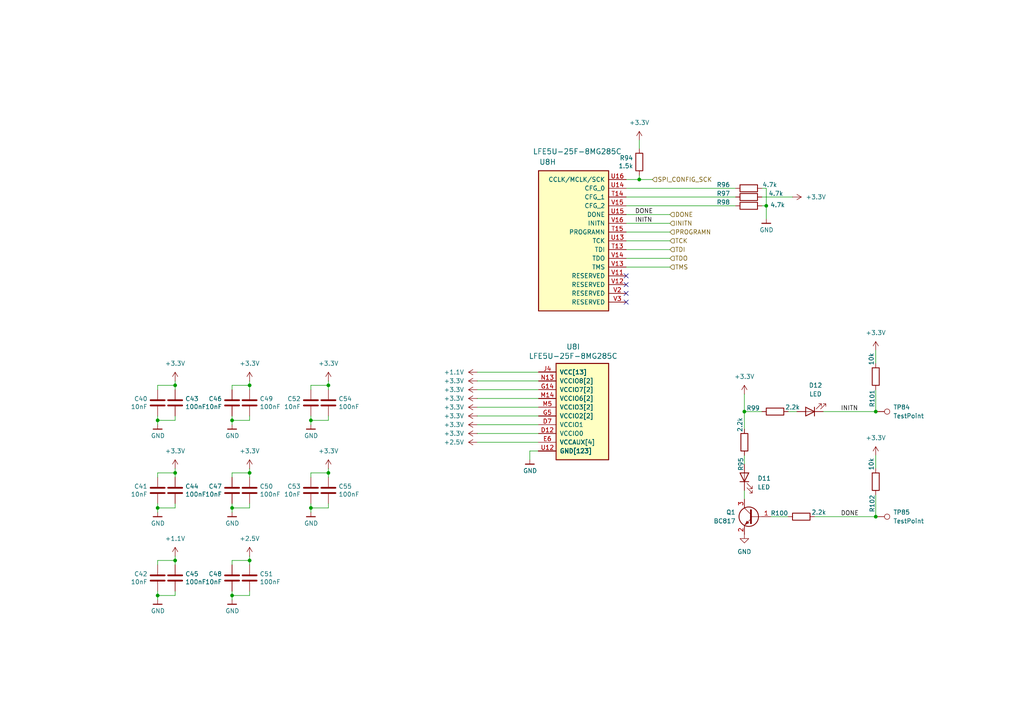
<source format=kicad_sch>
(kicad_sch (version 20250114) (generator "eeschema") (generator_version "9.0")
  (paper "A4")
  (title_block (date "2026-01-17") (rev "0") (comment 1 "Ing. Daniele Basile") (comment 2 "asterix24@gmail.com"))
  (junction (at 95.25 111.76))
  (junction (at 67.31 172.72))
  (junction (at 45.72 121.92))
  (junction (at 222.25 59.69))
  (junction (at 45.72 147.32))
  (junction (at 50.8 111.76))
  (junction (at 67.31 121.92))
  (junction (at 72.39 137.16))
  (junction (at 90.17 121.92))
  (junction (at 67.31 147.32))
  (junction (at 254 149.86))
  (junction (at 50.8 137.16))
  (junction (at 72.39 162.56))
  (junction (at 215.9 119.38))
  (junction (at 50.8 162.56))
  (junction (at 45.72 172.72))
  (junction (at 72.39 111.76))
  (junction (at 254 119.38))
  (junction (at 95.25 137.16))
  (junction (at 90.17 147.32))
  (junction (at 185.42 52.07))
  (no_connect (at 181.61 85.09))
  (no_connect (at 181.61 80.01))
  (no_connect (at 181.61 82.55))
  (no_connect (at 181.61 87.63))
  (wire (pts (xy 215.9 119.38) (xy 215.9 124.46)))
  (wire (pts (xy 72.39 147.32) (xy 72.39 146.05)))
  (wire (pts (xy 67.31 111.76) (xy 72.39 111.76)))
  (wire (pts (xy 45.72 147.32) (xy 45.72 148.59)))
  (wire (pts (xy 72.39 113.03) (xy 72.39 111.76)))
  (wire (pts (xy 90.17 121.92) (xy 90.17 123.19)))
  (wire (pts (xy 238.76 119.38) (xy 254 119.38)))
  (wire (pts (xy 90.17 120.65) (xy 90.17 121.92)))
  (wire (pts (xy 138.43 120.65) (xy 156.21 120.65)))
  (wire (pts (xy 45.72 121.92) (xy 45.72 123.19)))
  (wire (pts (xy 72.39 162.56) (xy 72.39 161.29)))
  (wire (pts (xy 222.25 54.61) (xy 222.25 59.69)))
  (wire (pts (xy 67.31 171.45) (xy 67.31 172.72)))
  (wire (pts (xy 220.98 57.15) (xy 229.87 57.15)))
  (wire (pts (xy 50.8 113.03) (xy 50.8 111.76)))
  (wire (pts (xy 181.61 57.15) (xy 213.36 57.15)))
  (wire (pts (xy 90.17 111.76) (xy 95.25 111.76)))
  (wire (pts (xy 138.43 125.73) (xy 156.21 125.73)))
  (wire (pts (xy 67.31 146.05) (xy 67.31 147.32)))
  (wire (pts (xy 50.8 162.56) (xy 50.8 161.29)))
  (wire (pts (xy 90.17 138.43) (xy 90.17 137.16)))
  (wire (pts (xy 215.9 114.3) (xy 215.9 119.38)))
  (wire (pts (xy 50.8 137.16) (xy 50.8 135.89)))
  (wire (pts (xy 67.31 163.83) (xy 67.31 162.56)))
  (wire (pts (xy 67.31 121.92) (xy 72.39 121.92)))
  (wire (pts (xy 50.8 163.83) (xy 50.8 162.56)))
  (wire (pts (xy 138.43 113.03) (xy 156.21 113.03)))
  (wire (pts (xy 50.8 172.72) (xy 50.8 171.45)))
  (wire (pts (xy 185.42 43.18) (xy 185.42 40.64)))
  (wire (pts (xy 194.31 77.47) (xy 181.61 77.47)))
  (wire (pts (xy 181.61 74.93) (xy 194.31 74.93)))
  (wire (pts (xy 45.72 146.05) (xy 45.72 147.32)))
  (wire (pts (xy 45.72 162.56) (xy 50.8 162.56)))
  (wire (pts (xy 67.31 137.16) (xy 72.39 137.16)))
  (wire (pts (xy 215.9 132.08) (xy 215.9 134.62)))
  (wire (pts (xy 153.67 133.35) (xy 153.67 130.81)))
  (wire (pts (xy 45.72 137.16) (xy 50.8 137.16)))
  (wire (pts (xy 45.72 113.03) (xy 45.72 111.76)))
  (wire (pts (xy 222.25 59.69) (xy 222.25 63.5)))
  (wire (pts (xy 67.31 120.65) (xy 67.31 121.92)))
  (wire (pts (xy 181.61 52.07) (xy 185.42 52.07)))
  (wire (pts (xy 254 143.51) (xy 254 149.86)))
  (wire (pts (xy 90.17 147.32) (xy 90.17 148.59)))
  (wire (pts (xy 72.39 138.43) (xy 72.39 137.16)))
  (wire (pts (xy 90.17 147.32) (xy 95.25 147.32)))
  (wire (pts (xy 220.98 54.61) (xy 222.25 54.61)))
  (wire (pts (xy 67.31 172.72) (xy 72.39 172.72)))
  (wire (pts (xy 138.43 107.95) (xy 156.21 107.95)))
  (wire (pts (xy 45.72 171.45) (xy 45.72 172.72)))
  (wire (pts (xy 45.72 121.92) (xy 50.8 121.92)))
  (wire (pts (xy 67.31 113.03) (xy 67.31 111.76)))
  (wire (pts (xy 220.98 59.69) (xy 222.25 59.69)))
  (wire (pts (xy 67.31 121.92) (xy 67.31 123.19)))
  (wire (pts (xy 90.17 137.16) (xy 95.25 137.16)))
  (wire (pts (xy 138.43 128.27) (xy 156.21 128.27)))
  (wire (pts (xy 254 113.03) (xy 254 119.38)))
  (wire (pts (xy 236.22 149.86) (xy 254 149.86)))
  (wire (pts (xy 67.31 138.43) (xy 67.31 137.16)))
  (wire (pts (xy 90.17 113.03) (xy 90.17 111.76)))
  (wire (pts (xy 67.31 147.32) (xy 67.31 148.59)))
  (wire (pts (xy 254 132.08) (xy 254 135.89)))
  (wire (pts (xy 72.39 121.92) (xy 72.39 120.65)))
  (wire (pts (xy 95.25 111.76) (xy 95.25 110.49)))
  (wire (pts (xy 45.72 172.72) (xy 50.8 172.72)))
  (wire (pts (xy 45.72 172.72) (xy 45.72 173.99)))
  (wire (pts (xy 45.72 111.76) (xy 50.8 111.76)))
  (wire (pts (xy 50.8 121.92) (xy 50.8 120.65)))
  (wire (pts (xy 72.39 163.83) (xy 72.39 162.56)))
  (wire (pts (xy 215.9 142.24) (xy 215.9 144.78)))
  (wire (pts (xy 138.43 115.57) (xy 156.21 115.57)))
  (wire (pts (xy 50.8 147.32) (xy 50.8 146.05)))
  (wire (pts (xy 185.42 50.8) (xy 185.42 52.07)))
  (wire (pts (xy 50.8 138.43) (xy 50.8 137.16)))
  (wire (pts (xy 95.25 147.32) (xy 95.25 146.05)))
  (wire (pts (xy 50.8 111.76) (xy 50.8 110.49)))
  (wire (pts (xy 181.61 54.61) (xy 213.36 54.61)))
  (wire (pts (xy 95.25 121.92) (xy 95.25 120.65)))
  (wire (pts (xy 181.61 67.31) (xy 194.31 67.31)))
  (wire (pts (xy 181.61 64.77) (xy 194.31 64.77)))
  (wire (pts (xy 254 101.6) (xy 254 105.41)))
  (wire (pts (xy 215.9 119.38) (xy 220.98 119.38)))
  (wire (pts (xy 90.17 121.92) (xy 95.25 121.92)))
  (wire (pts (xy 181.61 69.85) (xy 194.31 69.85)))
  (wire (pts (xy 45.72 147.32) (xy 50.8 147.32)))
  (wire (pts (xy 138.43 118.11) (xy 156.21 118.11)))
  (wire (pts (xy 223.52 149.86) (xy 228.6 149.86)))
  (wire (pts (xy 72.39 137.16) (xy 72.39 135.89)))
  (wire (pts (xy 138.43 110.49) (xy 156.21 110.49)))
  (wire (pts (xy 181.61 59.69) (xy 213.36 59.69)))
  (wire (pts (xy 185.42 52.07) (xy 189.23 52.07)))
  (wire (pts (xy 153.67 130.81) (xy 156.21 130.81)))
  (wire (pts (xy 90.17 146.05) (xy 90.17 147.32)))
  (wire (pts (xy 67.31 147.32) (xy 72.39 147.32)))
  (wire (pts (xy 138.43 123.19) (xy 156.21 123.19)))
  (wire (pts (xy 67.31 162.56) (xy 72.39 162.56)))
  (wire (pts (xy 228.6 119.38) (xy 231.14 119.38)))
  (wire (pts (xy 95.25 137.16) (xy 95.25 135.89)))
  (wire (pts (xy 95.25 113.03) (xy 95.25 111.76)))
  (wire (pts (xy 194.31 72.39) (xy 181.61 72.39)))
  (wire (pts (xy 45.72 138.43) (xy 45.72 137.16)))
  (wire (pts (xy 45.72 120.65) (xy 45.72 121.92)))
  (wire (pts (xy 95.25 138.43) (xy 95.25 137.16)))
  (wire (pts (xy 45.72 163.83) (xy 45.72 162.56)))
  (wire (pts (xy 181.61 62.23) (xy 194.31 62.23)))
  (wire (pts (xy 72.39 172.72) (xy 72.39 171.45)))
  (wire (pts (xy 67.31 172.72) (xy 67.31 173.99)))
  (wire (pts (xy 72.39 111.76) (xy 72.39 110.49)))
  (label "INITN" (at 184.15 64.77 0))
  (label "DONE" (at 243.84 149.86 0))
  (label "DONE" (at 184.15 62.23 0))
  (label "INITN" (at 243.84 119.38 0))
  (hierarchical_label "PROGRAMN" (shape input) (at 194.31 67.31 0))
  (hierarchical_label "TCK" (shape input) (at 194.31 69.85 0))
  (hierarchical_label "SPI_CONFIG_SCK" (shape input) (at 189.23 52.07 0))
  (hierarchical_label "INITN" (shape input) (at 194.31 64.77 0))
  (hierarchical_label "TDI" (shape input) (at 194.31 72.39 0))
  (hierarchical_label "TMS" (shape input) (at 194.31 77.47 0))
  (hierarchical_label "TDO" (shape input) (at 194.31 74.93 0))
  (hierarchical_label "DONE" (shape input) (at 194.31 62.23 0))
  (symbol (lib_id "gkl_lattice:ECP5U25-MG285") (at 181.61 52.07 0) (mirror y) (unit 8)
    (property "Reference" "U8" (at 161.29 46.99 0) (effects (font (size 1.524 1.524)) (justify left)))
    (property "Value" "LFE5U-25F-8MG285C" (at 180.34 43.942 0) (effects (font (size 1.524 1.524)) (justify left)))
    (property "Footprint" "kicad:BGA-285" (effects (hide yes)))
    (property "PN" "LFE5U-25F-8MG285C" (effects (hide yes)))
    (property "Mfg" "Lattice Semiconductor Corporation" (effects (hide yes)))
    (property "Mfg_1" "Lattice Semiconductor Corporation" (effects (hide yes)))
    (property "PN_1" "LFE5U-25F-8MG285I" (effects (hide yes)))
    (property "mfg_product-variant:85F/4G" "Lattice Semiconductor Corporation" (effects (hide yes)))
    (property "pn_product-variant: 85F/4G" "LFE5U-85F-8MG285" (effects (hide yes)))
    (property "ComponentClass" "fanout" (effects (hide yes)))
    (property "LCSC" "C5664013" (effects (hide yes)))
  )
  (symbol (lib_id "gkl_lattice:ECP5U25-MG285") (at 156.21 130.81 0) (mirror x) (unit 9)
    (property "Reference" "U8" (at 166.243 100.584 0) (effects (font (size 1.524 1.524))))
    (property "Value" "LFE5U-25F-8MG285C" (at 166.243 103.2764 0) (effects (font (size 1.524 1.524))))
    (property "Footprint" "kicad:BGA-285" (effects (hide yes)))
    (property "PN" "LFE5U-25F-8MG285C" (effects (hide yes)))
    (property "Mfg" "Lattice Semiconductor Corporation" (effects (hide yes)))
    (property "Mfg_1" "Lattice Semiconductor Corporation" (effects (hide yes)))
    (property "PN_1" "LFE5U-25F-8MG285I" (effects (hide yes)))
    (property "mfg_product-variant:85F/4G" "Lattice Semiconductor Corporation" (effects (hide yes)))
    (property "pn_product-variant: 85F/4G" "LFE5U-85F-8MG285" (effects (hide yes)))
    (property "ComponentClass" "fanout" (effects (hide yes)))
    (property "LCSC" "C5664013" (effects (hide yes)))
  )
  (symbol (lib_id "gkl_power:GND") (at 153.67 133.35 0) (unit 1)
    (property "Reference" "#PWR0129" (effects (hide yes)))
    (property "Value" "GND" (at 153.7462 136.5504 0))
  )
  (symbol (lib_id "gkl_power:GND") (at 222.25 63.5 0) (unit 1)
    (property "Reference" "#PWR0133" (effects (hide yes)))
    (property "Value" "GND" (at 222.3262 66.7004 0))
  )
  (symbol (lib_id "Device:C") (at 45.72 116.84 0) (unit 1)
    (property "Reference" "C40" (at 42.799 115.6716 0) (effects (justify right)))
    (property "Value" "10nF" (at 42.799 117.983 0) (effects (justify right)))
    (property "Footprint" "Capacitor_SMD:C_0603_1608Metric" (effects (hide yes)))
    (property "Mfg" "Samsung Electro-Mechanics" (effects (hide yes)))
    (property "PN" "CL03B103KP3NNNC" (effects (hide yes)))
    (property "Mfg_1" "YAGEO" (effects (hide yes)))
    (property "PN_1" "CC0201KRX5R7BB103" (effects (hide yes)))
  )
  (symbol (lib_id "gkl_power:GND") (at 45.72 123.19 0) (unit 1)
    (property "Reference" "#PWR0104" (effects (hide yes)))
    (property "Value" "GND" (at 45.7962 126.3904 0))
  )
  (symbol (lib_id "Device:C") (at 50.8 116.84 0) (unit 1)
    (property "Reference" "C43" (at 53.721 115.6716 0) (effects (justify left)))
    (property "Value" "100nF" (at 53.721 117.983 0) (effects (justify left)))
    (property "Footprint" "Capacitor_SMD:C_0603_1608Metric" (effects (hide yes)))
    (property "Mfg" "Samsung Electro-Mechanics" (effects (hide yes)))
    (property "PN" "CL03A104KQ3NNNC" (effects (hide yes)))
    (property "Mfg_1" "YAGEO" (effects (hide yes)))
    (property "PN_1" "CC0201KRX5R7BB104" (effects (hide yes)))
  )
  (symbol (lib_id "Device:C") (at 67.31 116.84 0) (unit 1)
    (property "Reference" "C46" (at 64.389 115.6716 0) (effects (justify right)))
    (property "Value" "10nF" (at 64.389 117.983 0) (effects (justify right)))
    (property "Footprint" "Capacitor_SMD:C_0603_1608Metric" (effects (hide yes)))
    (property "Mfg" "Samsung Electro-Mechanics" (effects (hide yes)))
    (property "PN" "CL03B103KP3NNNC" (effects (hide yes)))
    (property "Mfg_1" "YAGEO" (effects (hide yes)))
    (property "PN_1" "CC0201KRX5R7BB103" (effects (hide yes)))
  )
  (symbol (lib_id "gkl_power:GND") (at 67.31 123.19 0) (unit 1)
    (property "Reference" "#PWR0110" (effects (hide yes)))
    (property "Value" "GND" (at 67.3862 126.3904 0))
  )
  (symbol (lib_id "Device:C") (at 72.39 116.84 0) (unit 1)
    (property "Reference" "C49" (at 75.311 115.6716 0) (effects (justify left)))
    (property "Value" "100nF" (at 75.311 117.983 0) (effects (justify left)))
    (property "Footprint" "Capacitor_SMD:C_0603_1608Metric" (effects (hide yes)))
    (property "Mfg" "Samsung Electro-Mechanics" (effects (hide yes)))
    (property "PN" "CL03A104KQ3NNNC" (effects (hide yes)))
    (property "Mfg_1" "YAGEO" (effects (hide yes)))
    (property "PN_1" "CC0201KRX5R7BB104" (effects (hide yes)))
  )
  (symbol (lib_id "Device:C") (at 90.17 116.84 0) (unit 1)
    (property "Reference" "C52" (at 87.249 115.6716 0) (effects (justify right)))
    (property "Value" "10nF" (at 87.249 117.983 0) (effects (justify right)))
    (property "Footprint" "Capacitor_SMD:C_0603_1608Metric" (effects (hide yes)))
    (property "Mfg" "Samsung Electro-Mechanics" (effects (hide yes)))
    (property "PN" "CL03B103KP3NNNC" (effects (hide yes)))
    (property "Mfg_1" "YAGEO" (effects (hide yes)))
    (property "PN_1" "CC0201KRX5R7BB103" (effects (hide yes)))
  )
  (symbol (lib_id "gkl_power:GND") (at 90.17 123.19 0) (unit 1)
    (property "Reference" "#PWR0116" (effects (hide yes)))
    (property "Value" "GND" (at 90.2462 126.3904 0))
  )
  (symbol (lib_id "Device:C") (at 95.25 116.84 0) (unit 1)
    (property "Reference" "C54" (at 98.171 115.6716 0) (effects (justify left)))
    (property "Value" "100nF" (at 98.171 117.983 0) (effects (justify left)))
    (property "Footprint" "Capacitor_SMD:C_0603_1608Metric" (effects (hide yes)))
    (property "Mfg" "Samsung Electro-Mechanics" (effects (hide yes)))
    (property "PN" "CL03A104KQ3NNNC" (effects (hide yes)))
    (property "Mfg_1" "YAGEO" (effects (hide yes)))
    (property "PN_1" "CC0201KRX5R7BB104" (effects (hide yes)))
  )
  (symbol (lib_id "Device:R") (at 232.41 149.86 90) (mirror x) (unit 1)
    (property "Reference" "R100" (at 226.06 148.844 90))
    (property "Value" "2.2k" (at 237.49 148.59 90))
    (property "Footprint" "Resistor_SMD:R_0603_1608Metric" (effects (hide yes)))
    (property "Mfg" "‎Yageo‎" (effects (hide yes)))
    (property "PN" "RC0201FR-074K7L" (effects (hide yes)))
    (property "Mfg_1" "UNI-ROYAL(Uniroyal Elec)" (effects (hide yes)))
    (property "PN_1" "0201WMF4701TCE" (effects (hide yes)))
    (property "LCSC" "C4190" (effects (hide yes)))
  )
  (symbol (lib_id "gkl_power:GND") (at 67.31 148.59 0) (unit 1)
    (property "Reference" "#PWR0111" (effects (hide yes)))
    (property "Value" "GND" (at 67.3862 151.7904 0))
  )
  (symbol (lib_id "Device:C") (at 67.31 142.24 0) (unit 1)
    (property "Reference" "C47" (at 64.389 141.0716 0) (effects (justify right)))
    (property "Value" "10nF" (at 64.389 143.383 0) (effects (justify right)))
    (property "Footprint" "Capacitor_SMD:C_0603_1608Metric" (effects (hide yes)))
    (property "Mfg" "Samsung Electro-Mechanics" (effects (hide yes)))
    (property "PN" "CL03B103KP3NNNC" (effects (hide yes)))
    (property "Mfg_1" "YAGEO" (effects (hide yes)))
    (property "PN_1" "CC0201KRX5R7BB103" (effects (hide yes)))
  )
  (symbol (lib_id "Device:C") (at 90.17 142.24 0) (unit 1)
    (property "Reference" "C53" (at 87.249 141.0716 0) (effects (justify right)))
    (property "Value" "10nF" (at 87.249 143.383 0) (effects (justify right)))
    (property "Footprint" "Capacitor_SMD:C_0603_1608Metric" (effects (hide yes)))
    (property "Mfg" "Samsung Electro-Mechanics" (effects (hide yes)))
    (property "PN" "CL03B103KP3NNNC" (effects (hide yes)))
    (property "Mfg_1" "YAGEO" (effects (hide yes)))
    (property "PN_1" "CC0201KRX5R7BB103" (effects (hide yes)))
  )
  (symbol (lib_id "power:+3.3V") (at 138.43 123.19 90) (unit 1)
    (property "Reference" "#PWR0126" (effects (hide yes)))
    (property "Value" "+3.3V" (at 134.62 123.1899 90) (effects (justify left)))
    (property "Description" "Power symbol creates a global label with name \"+3.3V\"" (effects (hide yes)))
  )
  (symbol (lib_id "power:+3.3V") (at 254 101.6 0) (unit 1)
    (property "Reference" "#PWR0135" (effects (hide yes)))
    (property "Value" "+3.3V" (at 254 96.52 0))
    (property "Description" "Power symbol creates a global label with name \"+3.3V\"" (effects (hide yes)))
  )
  (symbol (lib_id "Device:R") (at 254 109.22 0) (mirror x) (unit 1)
    (property "Reference" "R101" (at 252.984 115.57 90))
    (property "Value" "10k" (at 252.73 104.14 90))
    (property "Footprint" "Resistor_SMD:R_0603_1608Metric" (effects (hide yes)))
    (property "Mfg" "‎Yageo‎" (effects (hide yes)))
    (property "PN" "RC0201FR-074K7L" (effects (hide yes)))
    (property "Mfg_1" "UNI-ROYAL(Uniroyal Elec)" (effects (hide yes)))
    (property "PN_1" "0201WMF4701TCE" (effects (hide yes)))
  )
  (symbol (lib_id "power:+3.3V") (at 185.42 40.64 0) (unit 1)
    (property "Reference" "#PWR0130" (effects (hide yes)))
    (property "Value" "+3.3V" (at 185.42 35.56 0))
    (property "Description" "Power symbol creates a global label with name \"+3.3V\"" (effects (hide yes)))
  )
  (symbol (lib_id "power:+3.3V") (at 138.43 120.65 90) (unit 1)
    (property "Reference" "#PWR0125" (effects (hide yes)))
    (property "Value" "+3.3V" (at 134.62 120.6499 90) (effects (justify left)))
    (property "Description" "Power symbol creates a global label with name \"+3.3V\"" (effects (hide yes)))
  )
  (symbol (lib_id "power:+3.3V") (at 254 132.08 0) (unit 1)
    (property "Reference" "#PWR0136" (effects (hide yes)))
    (property "Value" "+3.3V" (at 254 127 0))
    (property "Description" "Power symbol creates a global label with name \"+3.3V\"" (effects (hide yes)))
  )
  (symbol (lib_id "gkl_power:GND") (at 90.17 148.59 0) (unit 1)
    (property "Reference" "#PWR0117" (effects (hide yes)))
    (property "Value" "GND" (at 90.2462 151.7904 0))
  )
  (symbol (lib_id "power:+3.3V") (at 50.8 110.49 0) (unit 1)
    (property "Reference" "#PWR0107" (effects (hide yes)))
    (property "Value" "+3.3V" (at 50.8 105.41 0))
    (property "Description" "Power symbol creates a global label with name \"+3.3V\"" (effects (hide yes)))
  )
  (symbol (lib_id "power:+3.3V") (at 50.8 161.29 0) (unit 1)
    (property "Reference" "#PWR0109" (effects (hide yes)))
    (property "Value" "+1.1V" (at 50.8 156.21 0))
    (property "Description" "Power symbol creates a global label with name \"+3.3V\"" (effects (hide yes)))
  )
  (symbol (lib_id "Device:C") (at 45.72 142.24 0) (unit 1)
    (property "Reference" "C41" (at 42.799 141.0716 0) (effects (justify right)))
    (property "Value" "10nF" (at 42.799 143.383 0) (effects (justify right)))
    (property "Footprint" "Capacitor_SMD:C_0603_1608Metric" (effects (hide yes)))
    (property "Mfg" "Samsung Electro-Mechanics" (effects (hide yes)))
    (property "PN" "CL03B103KP3NNNC" (effects (hide yes)))
    (property "Mfg_1" "YAGEO" (effects (hide yes)))
    (property "PN_1" "CC0201KRX5R7BB103" (effects (hide yes)))
  )
  (symbol (lib_id "gkl_power:GND") (at 67.31 173.99 0) (unit 1)
    (property "Reference" "#PWR0112" (effects (hide yes)))
    (property "Value" "GND" (at 67.3862 177.1904 0))
  )
  (symbol (lib_id "Device:R") (at 224.79 119.38 90) (mirror x) (unit 1)
    (property "Reference" "R99" (at 218.44 118.364 90))
    (property "Value" "2.2k" (at 229.87 118.11 90))
    (property "Footprint" "Resistor_SMD:R_0603_1608Metric" (effects (hide yes)))
    (property "Mfg" "‎Yageo‎" (effects (hide yes)))
    (property "PN" "RC0201FR-074K7L" (effects (hide yes)))
    (property "Mfg_1" "UNI-ROYAL(Uniroyal Elec)" (effects (hide yes)))
    (property "PN_1" "0201WMF4701TCE" (effects (hide yes)))
  )
  (symbol (lib_id "gkl_power:GND") (at 45.72 148.59 0) (unit 1)
    (property "Reference" "#PWR0105" (effects (hide yes)))
    (property "Value" "GND" (at 45.7962 151.7904 0))
  )
  (symbol (lib_id "power:+3.3V") (at 95.25 110.49 0) (unit 1)
    (property "Reference" "#PWR0118" (effects (hide yes)))
    (property "Value" "+3.3V" (at 95.25 105.41 0))
    (property "Description" "Power symbol creates a global label with name \"+3.3V\"" (effects (hide yes)))
  )
  (symbol (lib_id "power:+3.3V") (at 138.43 118.11 90) (unit 1)
    (property "Reference" "#PWR0124" (effects (hide yes)))
    (property "Value" "+3.3V" (at 134.62 118.1099 90) (effects (justify left)))
    (property "Description" "Power symbol creates a global label with name \"+3.3V\"" (effects (hide yes)))
  )
  (symbol (lib_id "Device:C") (at 72.39 167.64 0) (unit 1)
    (property "Reference" "C51" (at 75.311 166.4716 0) (effects (justify left)))
    (property "Value" "100nF" (at 75.311 168.783 0) (effects (justify left)))
    (property "Footprint" "Capacitor_SMD:C_0603_1608Metric" (effects (hide yes)))
    (property "Mfg" "Samsung Electro-Mechanics" (effects (hide yes)))
    (property "PN" "CL03A104KQ3NNNC" (effects (hide yes)))
    (property "Mfg_1" "YAGEO" (effects (hide yes)))
    (property "PN_1" "CC0201KRX5R7BB104" (effects (hide yes)))
  )
  (symbol (lib_id "Device:R") (at 217.17 57.15 90) (mirror x) (unit 1)
    (property "Reference" "R97" (at 209.804 56.134 90))
    (property "Value" "4.7k" (at 225.044 56.134 90))
    (property "Footprint" "Resistor_SMD:R_0603_1608Metric" (effects (hide yes)))
    (property "Mfg" "‎Yageo‎" (effects (hide yes)))
    (property "PN" "RC0201FR-074K7L" (effects (hide yes)))
    (property "Mfg_1" "UNI-ROYAL(Uniroyal Elec)" (effects (hide yes)))
    (property "PN_1" "0201WMF4701TCE" (effects (hide yes)))
  )
  (symbol (lib_id "Device:R") (at 185.42 46.99 0) (mirror x) (unit 1)
    (property "Reference" "R94" (at 183.642 45.8216 0) (effects (justify right)))
    (property "Value" "1.5k" (at 183.642 48.133 0) (effects (justify right)))
    (property "Footprint" "Resistor_SMD:R_0603_1608Metric" (effects (hide yes)))
    (property "Mfg" "‎Yageo‎" (effects (hide yes)))
    (property "PN" "RC0201FR-071K5L" (effects (hide yes)))
    (property "Mfg_1" "UNI-ROYAL(Uniroyal Elec)" (effects (hide yes)))
    (property "PN_1" "0201WMF1501TCE" (effects (hide yes)))
    (property "LCSC" "C22843" (effects (hide yes)))
  )
  (symbol (lib_id "Device:LED") (at 234.95 119.38 180) (unit 1)
    (property "Reference" "D12" (at 236.5375 111.76 0))
    (property "Value" "LED" (at 236.5375 114.3 0))
    (property "Footprint" "Diode_SMD:D_0603_1608Metric" (effects (hide yes)))
    (property "Description" "Light emitting diode" (effects (hide yes)))
    (property "Sim.Pins" "1=K 2=A" (effects (hide yes)))
  )
  (symbol (lib_id "power:+3.3V") (at 229.87 57.15 270) (unit 1)
    (property "Reference" "#PWR0134" (effects (hide yes)))
    (property "Value" "+3.3V" (at 233.68 57.1499 90) (effects (justify left)))
    (property "Description" "Power symbol creates a global label with name \"+3.3V\"" (effects (hide yes)))
  )
  (symbol (lib_id "power:+3.3V") (at 72.39 161.29 0) (unit 1)
    (property "Reference" "#PWR0115" (effects (hide yes)))
    (property "Value" "+2.5V" (at 72.39 156.21 0))
    (property "Description" "Power symbol creates a global label with name \"+3.3V\"" (effects (hide yes)))
  )
  (symbol (lib_id "power:+3.3V") (at 138.43 115.57 90) (unit 1)
    (property "Reference" "#PWR0123" (effects (hide yes)))
    (property "Value" "+3.3V" (at 134.62 115.5699 90) (effects (justify left)))
    (property "Description" "Power symbol creates a global label with name \"+3.3V\"" (effects (hide yes)))
  )
  (symbol (lib_id "power:GND") (at 215.9 154.94 0) (unit 1)
    (property "Reference" "#PWR0132" (effects (hide yes)))
    (property "Value" "GND" (at 215.9 160.02 0))
    (property "Description" "Power symbol creates a global label with name \"GND\" , ground" (effects (hide yes)))
  )
  (symbol (lib_id "Transistor_BJT:BC817") (at 218.44 149.86 0) (mirror y) (unit 1)
    (property "Reference" "Q1" (at 213.36 148.5899 0) (effects (justify left)))
    (property "Value" "BC817" (at 213.36 151.1299 0) (effects (justify left)))
    (property "Footprint" "Package_TO_SOT_SMD:SOT-23" (effects (hide yes)))
    (property "Datasheet" "https://www.onsemi.com/pub/Collateral/BC818-D.pdf" (effects (hide yes)))
    (property "Description" "0.8A Ic, 45V Vce, NPN Transistor, SOT-23" (effects (hide yes)))
    (property "Sim.Device" "NPN" (effects (hide yes)))
    (property "Sim.Pins" "1=B 2=E 3=C" (effects (hide yes)))
  )
  (symbol (lib_id "Device:R") (at 215.9 128.27 0) (mirror x) (unit 1)
    (property "Reference" "R95" (at 214.884 134.62 90))
    (property "Value" "2.2k" (at 214.63 123.19 90))
    (property "Footprint" "Resistor_SMD:R_0603_1608Metric" (effects (hide yes)))
    (property "Mfg" "‎Yageo‎" (effects (hide yes)))
    (property "PN" "RC0201FR-074K7L" (effects (hide yes)))
    (property "Mfg_1" "UNI-ROYAL(Uniroyal Elec)" (effects (hide yes)))
    (property "PN_1" "0201WMF4701TCE" (effects (hide yes)))
  )
  (symbol (lib_id "Device:C") (at 72.39 142.24 0) (unit 1)
    (property "Reference" "C50" (at 75.311 141.0716 0) (effects (justify left)))
    (property "Value" "100nF" (at 75.311 143.383 0) (effects (justify left)))
    (property "Footprint" "Capacitor_SMD:C_0603_1608Metric" (effects (hide yes)))
    (property "Mfg" "Samsung Electro-Mechanics" (effects (hide yes)))
    (property "PN" "CL03A104KQ3NNNC" (effects (hide yes)))
    (property "Mfg_1" "YAGEO" (effects (hide yes)))
    (property "PN_1" "CC0201KRX5R7BB104" (effects (hide yes)))
  )
  (symbol (lib_id "Device:C") (at 95.25 142.24 0) (unit 1)
    (property "Reference" "C55" (at 98.171 141.0716 0) (effects (justify left)))
    (property "Value" "100nF" (at 98.171 143.383 0) (effects (justify left)))
    (property "Footprint" "Capacitor_SMD:C_0603_1608Metric" (effects (hide yes)))
    (property "Mfg" "Samsung Electro-Mechanics" (effects (hide yes)))
    (property "PN" "CL03A104KQ3NNNC" (effects (hide yes)))
    (property "Mfg_1" "YAGEO" (effects (hide yes)))
    (property "PN_1" "CC0201KRX5R7BB104" (effects (hide yes)))
  )
  (symbol (lib_id "Device:C") (at 67.31 167.64 0) (unit 1)
    (property "Reference" "C48" (at 64.389 166.4716 0) (effects (justify right)))
    (property "Value" "10nF" (at 64.389 168.783 0) (effects (justify right)))
    (property "Footprint" "Capacitor_SMD:C_0603_1608Metric" (effects (hide yes)))
    (property "Mfg" "Samsung Electro-Mechanics" (effects (hide yes)))
    (property "PN" "CL03B103KP3NNNC" (effects (hide yes)))
    (property "Mfg_1" "YAGEO" (effects (hide yes)))
    (property "PN_1" "CC0201KRX5R7BB103" (effects (hide yes)))
  )
  (symbol (lib_id "power:+3.3V") (at 138.43 125.73 90) (unit 1)
    (property "Reference" "#PWR0127" (effects (hide yes)))
    (property "Value" "+3.3V" (at 134.62 125.7299 90) (effects (justify left)))
    (property "Description" "Power symbol creates a global label with name \"+3.3V\"" (effects (hide yes)))
  )
  (symbol (lib_id "power:+3.3V") (at 138.43 113.03 90) (unit 1)
    (property "Reference" "#PWR0122" (effects (hide yes)))
    (property "Value" "+3.3V" (at 134.62 113.0299 90) (effects (justify left)))
    (property "Description" "Power symbol creates a global label with name \"+3.3V\"" (effects (hide yes)))
  )
  (symbol (lib_id "Connector:TestPoint") (at 254 119.38 270) (unit 1) (in_bom no)
    (property "Reference" "TP84" (at 259.08 118.1099 90) (effects (justify left)))
    (property "Value" "TestPoint" (at 259.08 120.6499 90) (effects (justify left)))
    (property "Footprint" "TestPoint:TestPoint_THTPad_D1.5mm_Drill0.7mm" (effects (hide yes)))
    (property "Description" "test point" (effects (hide yes)))
  )
  (symbol (lib_id "power:+3.3V") (at 138.43 128.27 90) (unit 1)
    (property "Reference" "#PWR0128" (effects (hide yes)))
    (property "Value" "+2.5V" (at 134.62 128.2699 90) (effects (justify left)))
    (property "Description" "Power symbol creates a global label with name \"+3.3V\"" (effects (hide yes)))
  )
  (symbol (lib_id "Device:R") (at 217.17 54.61 90) (mirror x) (unit 1)
    (property "Reference" "R96" (at 209.804 53.594 90))
    (property "Value" "4.7k" (at 223.266 53.594 90))
    (property "Footprint" "Resistor_SMD:R_0603_1608Metric" (effects (hide yes)))
    (property "Mfg" "‎Yageo‎" (effects (hide yes)))
    (property "PN" "RC0201FR-074K7L" (effects (hide yes)))
    (property "Mfg_1" "UNI-ROYAL(Uniroyal Elec)" (effects (hide yes)))
    (property "PN_1" "0201WMF4701TCE" (effects (hide yes)))
  )
  (symbol (lib_id "power:+3.3V") (at 50.8 135.89 0) (unit 1)
    (property "Reference" "#PWR0108" (effects (hide yes)))
    (property "Value" "+3.3V" (at 50.8 130.81 0))
    (property "Description" "Power symbol creates a global label with name \"+3.3V\"" (effects (hide yes)))
  )
  (symbol (lib_id "Device:C") (at 45.72 167.64 0) (unit 1)
    (property "Reference" "C42" (at 42.799 166.4716 0) (effects (justify right)))
    (property "Value" "10nF" (at 42.799 168.783 0) (effects (justify right)))
    (property "Footprint" "Capacitor_SMD:C_0603_1608Metric" (effects (hide yes)))
    (property "Mfg" "Samsung Electro-Mechanics" (effects (hide yes)))
    (property "PN" "CL03B103KP3NNNC" (effects (hide yes)))
    (property "Mfg_1" "YAGEO" (effects (hide yes)))
    (property "PN_1" "CC0201KRX5R7BB103" (effects (hide yes)))
  )
  (symbol (lib_id "power:+3.3V") (at 72.39 110.49 0) (unit 1)
    (property "Reference" "#PWR0113" (effects (hide yes)))
    (property "Value" "+3.3V" (at 72.39 105.41 0))
    (property "Description" "Power symbol creates a global label with name \"+3.3V\"" (effects (hide yes)))
  )
  (symbol (lib_id "power:+3.3V") (at 138.43 110.49 90) (unit 1)
    (property "Reference" "#PWR0121" (effects (hide yes)))
    (property "Value" "+3.3V" (at 134.62 110.4899 90) (effects (justify left)))
    (property "Description" "Power symbol creates a global label with name \"+3.3V\"" (effects (hide yes)))
  )
  (symbol (lib_id "Connector:TestPoint") (at 254 149.86 270) (unit 1) (in_bom no)
    (property "Reference" "TP85" (at 259.08 148.5899 90) (effects (justify left)))
    (property "Value" "TestPoint" (at 259.08 151.1299 90) (effects (justify left)))
    (property "Footprint" "TestPoint:TestPoint_THTPad_D1.5mm_Drill0.7mm" (effects (hide yes)))
    (property "Description" "test point" (effects (hide yes)))
  )
  (symbol (lib_id "gkl_power:GND") (at 45.72 173.99 0) (unit 1)
    (property "Reference" "#PWR0106" (effects (hide yes)))
    (property "Value" "GND" (at 45.7962 177.1904 0))
  )
  (symbol (lib_id "Device:LED") (at 215.9 138.43 90) (unit 1)
    (property "Reference" "D11" (at 219.71 138.7474 90) (effects (justify right)))
    (property "Value" "LED" (at 219.71 141.2874 90) (effects (justify right)))
    (property "Footprint" "Diode_SMD:D_0603_1608Metric" (effects (hide yes)))
    (property "Description" "Light emitting diode" (effects (hide yes)))
    (property "Sim.Pins" "1=K 2=A" (effects (hide yes)))
  )
  (symbol (lib_id "power:+3.3V") (at 138.43 107.95 90) (unit 1)
    (property "Reference" "#PWR0120" (effects (hide yes)))
    (property "Value" "+1.1V" (at 134.62 107.9499 90) (effects (justify left)))
    (property "Description" "Power symbol creates a global label with name \"+3.3V\"" (effects (hide yes)))
  )
  (symbol (lib_id "Device:C") (at 50.8 142.24 0) (unit 1)
    (property "Reference" "C44" (at 53.721 141.0716 0) (effects (justify left)))
    (property "Value" "100nF" (at 53.721 143.383 0) (effects (justify left)))
    (property "Footprint" "Capacitor_SMD:C_0603_1608Metric" (effects (hide yes)))
    (property "Mfg" "Samsung Electro-Mechanics" (effects (hide yes)))
    (property "PN" "CL03A104KQ3NNNC" (effects (hide yes)))
    (property "Mfg_1" "YAGEO" (effects (hide yes)))
    (property "PN_1" "CC0201KRX5R7BB104" (effects (hide yes)))
  )
  (symbol (lib_id "power:+3.3V") (at 215.9 114.3 0) (unit 1)
    (property "Reference" "#PWR0131" (effects (hide yes)))
    (property "Value" "+3.3V" (at 215.9 109.22 0))
    (property "Description" "Power symbol creates a global label with name \"+3.3V\"" (effects (hide yes)))
  )
  (symbol (lib_id "power:+3.3V") (at 72.39 135.89 0) (unit 1)
    (property "Reference" "#PWR0114" (effects (hide yes)))
    (property "Value" "+3.3V" (at 72.39 130.81 0))
    (property "Description" "Power symbol creates a global label with name \"+3.3V\"" (effects (hide yes)))
  )
  (symbol (lib_id "power:+3.3V") (at 95.25 135.89 0) (unit 1)
    (property "Reference" "#PWR0119" (effects (hide yes)))
    (property "Value" "+3.3V" (at 95.25 130.81 0))
    (property "Description" "Power symbol creates a global label with name \"+3.3V\"" (effects (hide yes)))
  )
  (symbol (lib_id "Device:R") (at 217.17 59.69 90) (mirror x) (unit 1)
    (property "Reference" "R98" (at 209.804 58.674 90))
    (property "Value" "4.7k" (at 225.552 59.436 90))
    (property "Footprint" "Resistor_SMD:R_0603_1608Metric" (effects (hide yes)))
    (property "Mfg" "‎Yageo‎" (effects (hide yes)))
    (property "PN" "RC0201FR-074K7L" (effects (hide yes)))
    (property "Mfg_1" "UNI-ROYAL(Uniroyal Elec)" (effects (hide yes)))
    (property "PN_1" "0201WMF4701TCE" (effects (hide yes)))
  )
  (symbol (lib_id "Device:C") (at 50.8 167.64 0) (unit 1)
    (property "Reference" "C45" (at 53.721 166.4716 0) (effects (justify left)))
    (property "Value" "100nF" (at 53.721 168.783 0) (effects (justify left)))
    (property "Footprint" "Capacitor_SMD:C_0603_1608Metric" (effects (hide yes)))
    (property "Mfg" "Samsung Electro-Mechanics" (effects (hide yes)))
    (property "PN" "CL03A104KQ3NNNC" (effects (hide yes)))
    (property "Mfg_1" "YAGEO" (effects (hide yes)))
    (property "PN_1" "CC0201KRX5R7BB104" (effects (hide yes)))
  )
  (symbol (lib_id "Device:R") (at 254 139.7 0) (mirror x) (unit 1)
    (property "Reference" "R102" (at 252.984 146.05 90))
    (property "Value" "10k" (at 252.73 134.62 90))
    (property "Footprint" "Resistor_SMD:R_0603_1608Metric" (effects (hide yes)))
    (property "Mfg" "‎Yageo‎" (effects (hide yes)))
    (property "PN" "RC0201FR-074K7L" (effects (hide yes)))
    (property "Mfg_1" "UNI-ROYAL(Uniroyal Elec)" (effects (hide yes)))
    (property "PN_1" "0201WMF4701TCE" (effects (hide yes)))
  )
)
</source>
